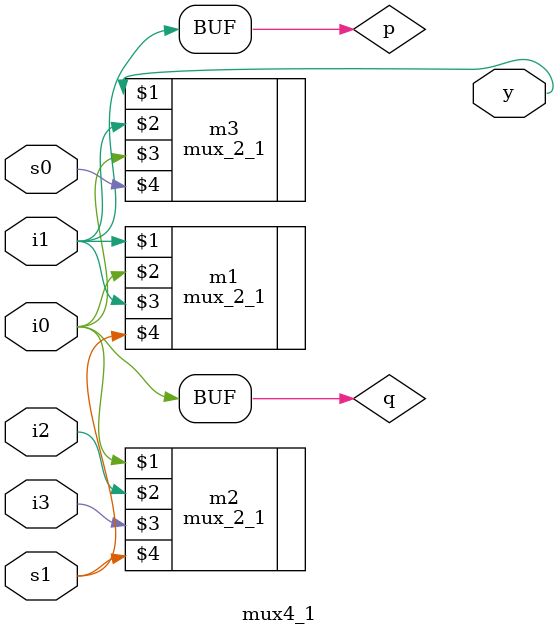
<source format=v>
`timescale 1ns / 1ps

// 4x1 mux using 2x1 mux //
module mux4_1(y,i0,i1,i2,i3,s1,s0);
input i0,i1,i2,i3;
input s1,s0;
output y;
wire p,q;
assign p=i1,q=i0;
mux_2_1 m1(p,i0,i1,s1);
mux_2_1 m2(q,i2,i3,s1);
mux_2_1 m3(y,p,q,s0);
endmodule

</source>
